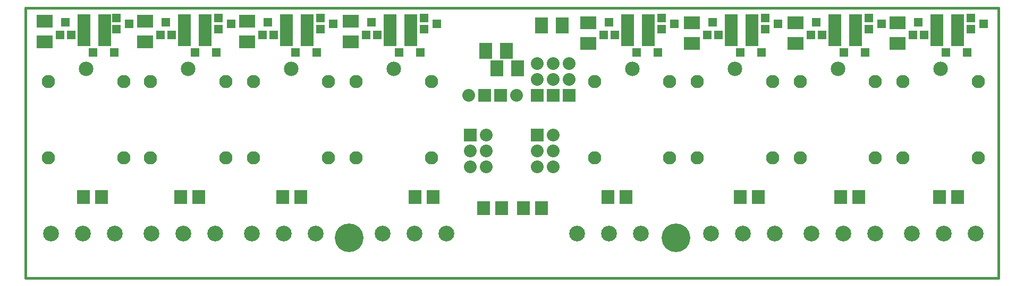
<source format=gts>
G04 (created by PCBNEW-RS274X (2012-01-19 BZR 3256)-stable) date jeu. 10 mai 2012 21:09:03 CEST*
G01*
G70*
G90*
%MOIN*%
G04 Gerber Fmt 3.4, Leading zero omitted, Abs format*
%FSLAX34Y34*%
G04 APERTURE LIST*
%ADD10C,0.006000*%
%ADD11C,0.015000*%
%ADD12R,0.056000X0.056000*%
%ADD13R,0.053500X0.053500*%
%ADD14R,0.080000X0.100000*%
%ADD15R,0.100000X0.080000*%
%ADD16C,0.098700*%
%ADD17R,0.082900X0.090900*%
%ADD18R,0.080000X0.080000*%
%ADD19C,0.080000*%
%ADD20C,0.090900*%
%ADD21C,0.083000*%
%ADD22C,0.180000*%
G04 APERTURE END LIST*
G54D10*
G54D11*
X12980Y-08873D02*
X12980Y-08773D01*
X74005Y-08898D02*
X74005Y-08773D01*
X12980Y-08844D02*
X12980Y-25773D01*
X12980Y-25773D02*
X74003Y-25773D01*
X74004Y-08769D02*
X12980Y-08769D01*
X74004Y-25773D02*
X74004Y-08844D01*
G54D12*
X15830Y-10473D03*
X15130Y-10473D03*
X15480Y-09673D03*
X72280Y-10123D03*
X72280Y-09423D03*
X73080Y-09773D03*
X65880Y-10123D03*
X65880Y-09423D03*
X66680Y-09773D03*
X59380Y-10123D03*
X59380Y-09423D03*
X60180Y-09773D03*
X52880Y-10123D03*
X52880Y-09423D03*
X53680Y-09773D03*
X37980Y-10123D03*
X37980Y-09423D03*
X38780Y-09773D03*
X31480Y-10123D03*
X31480Y-09423D03*
X32280Y-09773D03*
X25080Y-10123D03*
X25080Y-09423D03*
X25880Y-09773D03*
X22130Y-10473D03*
X21430Y-10473D03*
X21780Y-09673D03*
X28530Y-10473D03*
X27830Y-10473D03*
X28180Y-09673D03*
X35030Y-10473D03*
X34330Y-10473D03*
X34680Y-09673D03*
X49930Y-10473D03*
X49230Y-10473D03*
X49580Y-09673D03*
X56430Y-10473D03*
X55730Y-10473D03*
X56080Y-09673D03*
X62930Y-10473D03*
X62230Y-10473D03*
X62580Y-09673D03*
X69330Y-10473D03*
X68630Y-10473D03*
X68980Y-09673D03*
X18680Y-10123D03*
X18680Y-09423D03*
X19480Y-09773D03*
G54D13*
X72039Y-11573D03*
X70721Y-11573D03*
X65639Y-11573D03*
X64321Y-11573D03*
X59139Y-11573D03*
X57821Y-11573D03*
X52639Y-11573D03*
X51321Y-11573D03*
X37739Y-11573D03*
X36421Y-11573D03*
X31239Y-11573D03*
X29921Y-11573D03*
X24939Y-11573D03*
X23621Y-11573D03*
X18539Y-11573D03*
X17221Y-11573D03*
G54D14*
X65030Y-10673D03*
X63730Y-10673D03*
X58530Y-10673D03*
X57230Y-10673D03*
X52030Y-10673D03*
X50730Y-10673D03*
X37130Y-10673D03*
X35830Y-10673D03*
X30630Y-10673D03*
X29330Y-10673D03*
X24230Y-10673D03*
X22930Y-10673D03*
X17930Y-10673D03*
X16630Y-10673D03*
G54D15*
X67680Y-09723D03*
X67680Y-11023D03*
X61280Y-09723D03*
X61280Y-11023D03*
X54780Y-09723D03*
X54780Y-11023D03*
X48280Y-09723D03*
X48280Y-11023D03*
X33380Y-09623D03*
X33380Y-10923D03*
X26880Y-09623D03*
X26880Y-10923D03*
G54D14*
X41830Y-11473D03*
X43130Y-11473D03*
X42530Y-12573D03*
X43830Y-12573D03*
X45330Y-09873D03*
X46630Y-09873D03*
G54D15*
X14180Y-09623D03*
X14180Y-10923D03*
X20480Y-09623D03*
X20480Y-10923D03*
G54D14*
X70130Y-09673D03*
X71430Y-09673D03*
X63730Y-09673D03*
X65030Y-09673D03*
X57230Y-09673D03*
X58530Y-09673D03*
X50730Y-09673D03*
X52030Y-09673D03*
X35830Y-09673D03*
X37130Y-09673D03*
X29330Y-09673D03*
X30630Y-09673D03*
X22930Y-09673D03*
X24230Y-09673D03*
X16630Y-09673D03*
X17930Y-09673D03*
X71430Y-10673D03*
X70130Y-10673D03*
G54D16*
X14580Y-22973D03*
X16580Y-22973D03*
X18580Y-22973D03*
X20880Y-22973D03*
X22880Y-22973D03*
X24880Y-22973D03*
X27180Y-22973D03*
X29180Y-22973D03*
X31180Y-22973D03*
X35380Y-22973D03*
X37380Y-22973D03*
X39380Y-22973D03*
X47580Y-22973D03*
X49580Y-22973D03*
X51580Y-22973D03*
X55980Y-22973D03*
X57980Y-22973D03*
X59980Y-22973D03*
X62280Y-22973D03*
X64280Y-22973D03*
X66280Y-22973D03*
X68580Y-22973D03*
X70580Y-22973D03*
X72580Y-22973D03*
G54D17*
X16621Y-20673D03*
X17739Y-20673D03*
X22721Y-20673D03*
X23839Y-20673D03*
X29121Y-20673D03*
X30239Y-20673D03*
X37421Y-20673D03*
X38539Y-20673D03*
X49521Y-20673D03*
X50639Y-20673D03*
X57821Y-20673D03*
X58939Y-20673D03*
X64121Y-20673D03*
X65239Y-20673D03*
X70321Y-20673D03*
X71439Y-20673D03*
G54D18*
X45080Y-16773D03*
G54D19*
X46080Y-16773D03*
X45080Y-17773D03*
X46080Y-17773D03*
X45080Y-18773D03*
X46080Y-18773D03*
G54D18*
X40880Y-16773D03*
G54D19*
X41880Y-16773D03*
X40880Y-17773D03*
X41880Y-17773D03*
X40880Y-18773D03*
X41880Y-18773D03*
G54D20*
X16780Y-12627D03*
G54D21*
X14418Y-13414D03*
X19142Y-13414D03*
X14418Y-18217D03*
X19142Y-18217D03*
G54D20*
X23180Y-12627D03*
G54D21*
X20818Y-13414D03*
X25542Y-13414D03*
X20818Y-18217D03*
X25542Y-18217D03*
G54D20*
X29630Y-12627D03*
G54D21*
X27268Y-13414D03*
X31992Y-13414D03*
X27268Y-18217D03*
X31992Y-18217D03*
G54D20*
X36080Y-12627D03*
G54D21*
X33718Y-13414D03*
X38442Y-13414D03*
X33718Y-18217D03*
X38442Y-18217D03*
G54D20*
X51030Y-12627D03*
G54D21*
X48668Y-13414D03*
X53392Y-13414D03*
X48668Y-18217D03*
X53392Y-18217D03*
G54D20*
X57480Y-12627D03*
G54D21*
X55118Y-13414D03*
X59842Y-13414D03*
X55118Y-18217D03*
X59842Y-18217D03*
G54D20*
X63930Y-12627D03*
G54D21*
X61568Y-13414D03*
X66292Y-13414D03*
X61568Y-18217D03*
X66292Y-18217D03*
G54D20*
X70380Y-12627D03*
G54D21*
X68018Y-13414D03*
X72742Y-13414D03*
X68018Y-18217D03*
X72742Y-18217D03*
G54D18*
X45080Y-14273D03*
G54D19*
X45080Y-13273D03*
X45080Y-12273D03*
G54D18*
X46080Y-14273D03*
G54D19*
X46080Y-13273D03*
X46080Y-12273D03*
G54D18*
X47080Y-14273D03*
G54D19*
X47080Y-13273D03*
X47080Y-12273D03*
G54D18*
X41780Y-14273D03*
G54D19*
X40780Y-14273D03*
G54D17*
X42839Y-21373D03*
X41721Y-21373D03*
X45339Y-21373D03*
X44221Y-21373D03*
G54D18*
X42780Y-14273D03*
G54D19*
X43780Y-14273D03*
G54D22*
X53780Y-23228D03*
X33280Y-23228D03*
M02*

</source>
